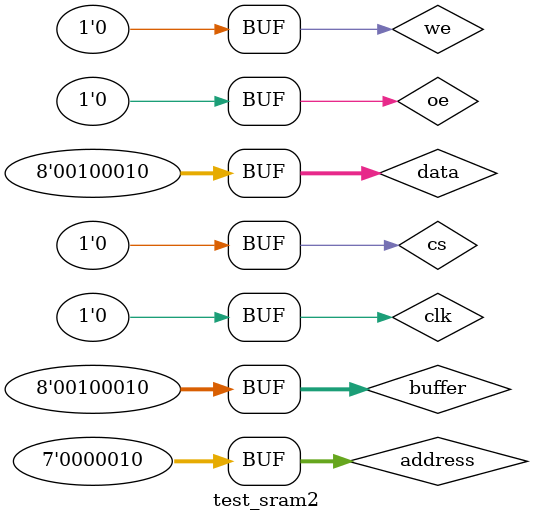
<source format=v>
`timescale 1ns / 1ps


module test_sram2;

	// Inputs
	reg clk;
	reg oe;
	reg cs;
	reg we;
	reg [6:0] address;
	//reg [7:0] data_in;

	// Outputs
	//wire [7:0] data_out;
	wire [7:0] data;
	reg [7:0] buffer;
	
	// Instantiate the Unit Under Test (UUT)
	sram2 uut (
		.clk(clk), 
		.oe(oe), 
		.cs(cs), 
		.we(we), 
		.address(address), 
		.data(data)
	);

	assign data = (oe && !we) ? 8'bz : buffer;
	initial begin
		// Initialize Inputs
		clk = 0;
		oe = 0;
		cs = 0;
		we = 0;
		address = 0;
		buffer = 0;
		
		// Wait 100 ns for global reset to finish
		#100;
        
		// Add stimulus here
		we = 1;
      address = 0;
      buffer = 73; // mem[0] = 73;
      #15;
      address = 1;
      buffer = 19; // mem[1] = 19;
      #10;
      address = 2;
      buffer = 34; // mem[2] = 34;
      #10;
      address = 0;
      we = 0;
      #10;
      address = 1;
      #10;
      cs = 0;
      address = 2;
      #10;
      oe = 0;
		
	end
	
	
      
endmodule


</source>
